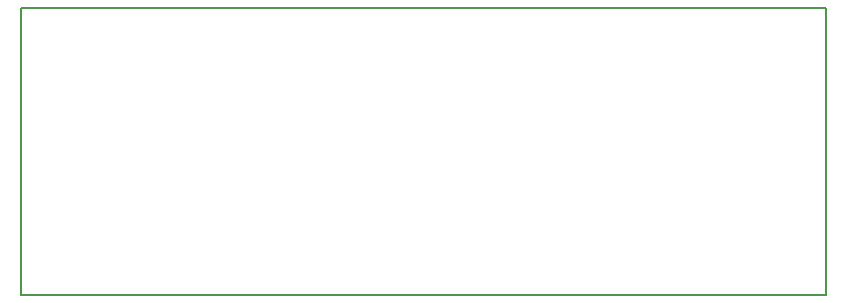
<source format=gm1>
G04 MADE WITH FRITZING*
G04 WWW.FRITZING.ORG*
G04 DOUBLE SIDED*
G04 HOLES PLATED*
G04 CONTOUR ON CENTER OF CONTOUR VECTOR*
%ASAXBY*%
%FSLAX23Y23*%
%MOIN*%
%OFA0B0*%
%SFA1.0B1.0*%
%ADD10R,2.690290X0.961961*%
%ADD11C,0.008000*%
%ADD10C,0.008*%
%LNCONTOUR*%
G90*
G70*
G54D10*
G54D11*
X4Y958D02*
X2686Y958D01*
X2686Y4D01*
X4Y4D01*
X4Y958D01*
D02*
G04 End of contour*
M02*
</source>
